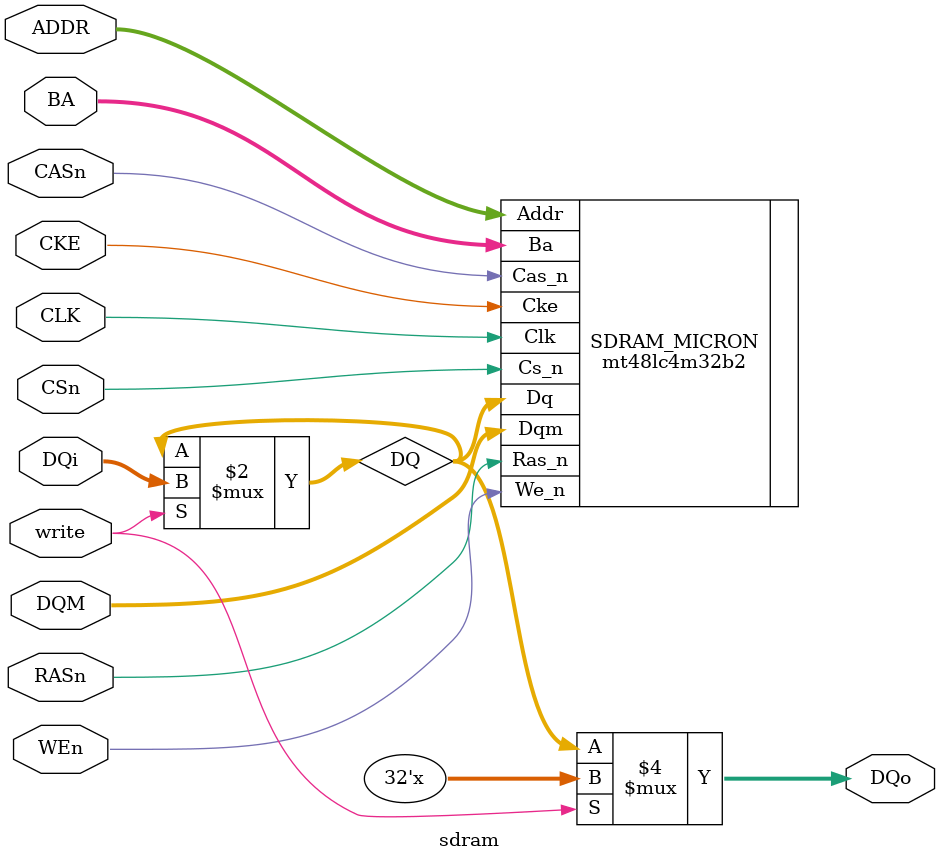
<source format=sv>

module sdram
  #(
    parameter DATA_BITS = 32,
    parameter ADDR_BITS = 12
  )
  (
    input [DATA_BITS - 1:0] DQi,
    input [ADDR_BITS - 1:0] ADDR,
    input [1:0] BA,
    input CLK,
    input CKE,
    input CSn,
    input RASn,
    input CASn,
    input WEn,
    input write,
    input [3:0] DQM,
    output [DATA_BITS - 1:0] DQo
  );
  
  wire [DATA_BITS - 1:0] DQ;
  assign DQ = (write == 1'b1)?(DQi):(DQ);
  assign DQo = (write == 1'b0)?(DQ):(32'bz);
  
  mt48lc4m32b2 SDRAM_MICRON
  (
    .Dq(DQ),
    .Addr(ADDR),
    .Ba(BA),
    .Clk(CLK),
    .Cke(CKE),
    .Cs_n(CSn),
    .Ras_n(RASn),
    .Cas_n(CASn),
    .We_n(WEn),
    .Dqm(DQM)
  );
  
endmodule
</source>
